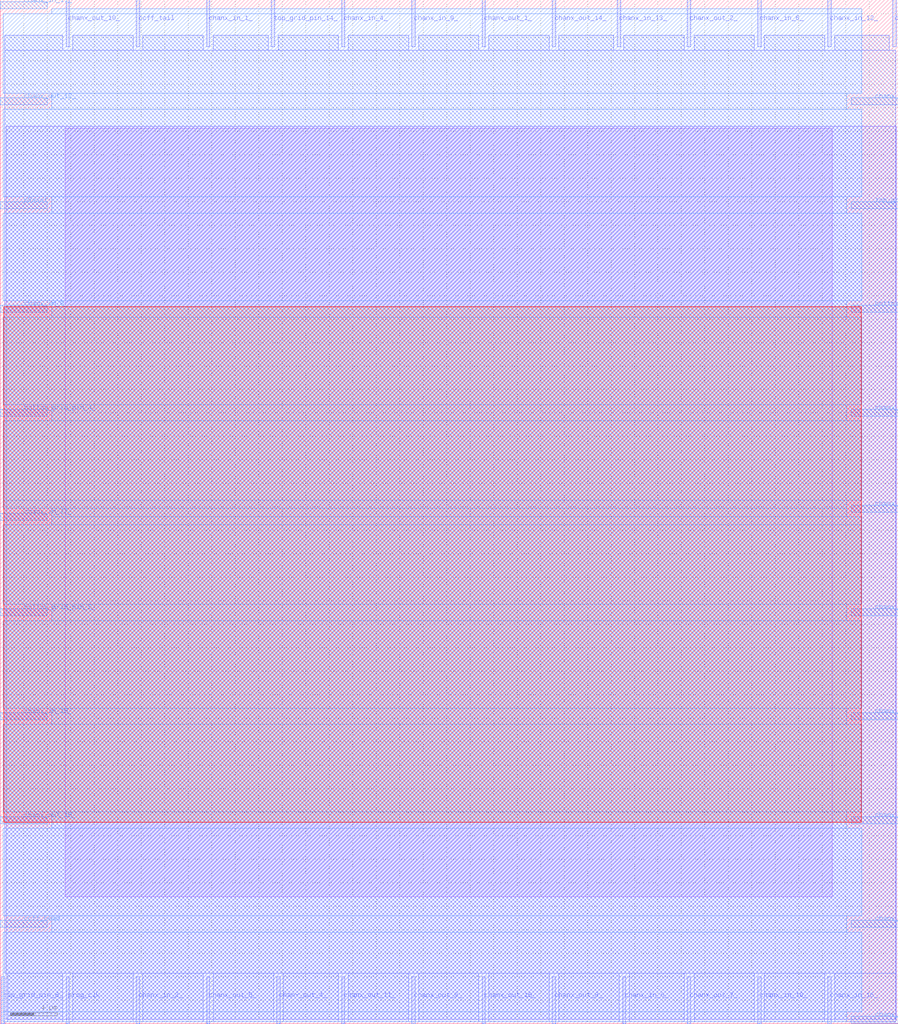
<source format=lef>
VERSION 5.7 ;
  NAMESCASESENSITIVE ON ;
  NOWIREEXTENSIONATPIN ON ;
  DIVIDERCHAR "/" ;
  BUSBITCHARS "[]" ;
UNITS
  DATABASE MICRONS 200 ;
END UNITS

MACRO cbx_1__1_
  CLASS BLOCK ;
  FOREIGN cbx_1__1_ ;
  ORIGIN 0.000 0.000 ;
  SIZE 76.455 BY 87.175 ;
  PIN bottom_grid_pin_0_
    DIRECTION OUTPUT TRISTATE ;
    PORT
      LAYER met3 ;
        RECT 72.455 60.560 76.455 61.160 ;
    END
  END bottom_grid_pin_0_
  PIN bottom_grid_pin_4_
    DIRECTION OUTPUT TRISTATE ;
    PORT
      LAYER met3 ;
        RECT 0.000 51.720 4.000 52.320 ;
    END
  END bottom_grid_pin_4_
  PIN bottom_grid_pin_8_
    DIRECTION OUTPUT TRISTATE ;
    PORT
      LAYER met3 ;
        RECT 0.000 34.720 4.000 35.320 ;
    END
  END bottom_grid_pin_8_
  PIN ccff_head
    DIRECTION INPUT ;
    PORT
      LAYER met3 ;
        RECT 0.000 8.200 4.000 8.800 ;
    END
  END ccff_head
  PIN ccff_tail
    DIRECTION OUTPUT TRISTATE ;
    PORT
      LAYER met2 ;
        RECT 11.590 83.175 11.870 87.175 ;
    END
  END ccff_tail
  PIN chanx_in_0_
    DIRECTION INPUT ;
    PORT
      LAYER met2 ;
        RECT 52.990 0.000 53.270 4.000 ;
    END
  END chanx_in_0_
  PIN chanx_in_10_
    DIRECTION INPUT ;
    PORT
      LAYER met2 ;
        RECT 64.490 0.000 64.770 4.000 ;
    END
  END chanx_in_10_
  PIN chanx_in_11_
    DIRECTION INPUT ;
    PORT
      LAYER met3 ;
        RECT 0.000 86.400 4.000 87.000 ;
    END
  END chanx_in_11_
  PIN chanx_in_12_
    DIRECTION INPUT ;
    PORT
      LAYER met2 ;
        RECT 70.470 83.175 70.750 87.175 ;
    END
  END chanx_in_12_
  PIN chanx_in_13_
    DIRECTION INPUT ;
    PORT
      LAYER met2 ;
        RECT 52.530 83.175 52.810 87.175 ;
    END
  END chanx_in_13_
  PIN chanx_in_14_
    DIRECTION INPUT ;
    PORT
      LAYER met3 ;
        RECT 72.455 78.240 76.455 78.840 ;
    END
  END chanx_in_14_
  PIN chanx_in_15_
    DIRECTION INPUT ;
    PORT
      LAYER met3 ;
        RECT 0.000 25.880 4.000 26.480 ;
    END
  END chanx_in_15_
  PIN chanx_in_16_
    DIRECTION INPUT ;
    PORT
      LAYER met2 ;
        RECT 70.470 0.000 70.750 4.000 ;
    END
  END chanx_in_16_
  PIN chanx_in_17_
    DIRECTION INPUT ;
    PORT
      LAYER met3 ;
        RECT 0.000 42.880 4.000 43.480 ;
    END
  END chanx_in_17_
  PIN chanx_in_1_
    DIRECTION INPUT ;
    PORT
      LAYER met2 ;
        RECT 17.570 83.175 17.850 87.175 ;
    END
  END chanx_in_1_
  PIN chanx_in_2_
    DIRECTION INPUT ;
    PORT
      LAYER met2 ;
        RECT 11.590 0.000 11.870 4.000 ;
    END
  END chanx_in_2_
  PIN chanx_in_3_
    DIRECTION INPUT ;
    PORT
      LAYER met3 ;
        RECT 72.455 34.720 76.455 35.320 ;
    END
  END chanx_in_3_
  PIN chanx_in_4_
    DIRECTION INPUT ;
    PORT
      LAYER met2 ;
        RECT 29.070 83.175 29.350 87.175 ;
    END
  END chanx_in_4_
  PIN chanx_in_5_
    DIRECTION INPUT ;
    PORT
      LAYER met3 ;
        RECT 72.455 51.720 76.455 52.320 ;
    END
  END chanx_in_5_
  PIN chanx_in_6_
    DIRECTION INPUT ;
    PORT
      LAYER met2 ;
        RECT 64.490 83.175 64.770 87.175 ;
    END
  END chanx_in_6_
  PIN chanx_in_7_
    DIRECTION INPUT ;
    PORT
      LAYER met3 ;
        RECT 72.455 25.880 76.455 26.480 ;
    END
  END chanx_in_7_
  PIN chanx_in_8_
    DIRECTION INPUT ;
    PORT
      LAYER met3 ;
        RECT 0.000 60.560 4.000 61.160 ;
    END
  END chanx_in_8_
  PIN chanx_in_9_
    DIRECTION INPUT ;
    PORT
      LAYER met2 ;
        RECT 35.050 83.175 35.330 87.175 ;
    END
  END chanx_in_9_
  PIN chanx_out_0_
    DIRECTION OUTPUT TRISTATE ;
    PORT
      LAYER met3 ;
        RECT 72.455 17.040 76.455 17.640 ;
    END
  END chanx_out_0_
  PIN chanx_out_10_
    DIRECTION OUTPUT TRISTATE ;
    PORT
      LAYER met2 ;
        RECT 5.610 83.175 5.890 87.175 ;
    END
  END chanx_out_10_
  PIN chanx_out_11_
    DIRECTION OUTPUT TRISTATE ;
    PORT
      LAYER met2 ;
        RECT 29.070 0.000 29.350 4.000 ;
    END
  END chanx_out_11_
  PIN chanx_out_12_
    DIRECTION OUTPUT TRISTATE ;
    PORT
      LAYER met3 ;
        RECT 0.000 78.240 4.000 78.840 ;
    END
  END chanx_out_12_
  PIN chanx_out_13_
    DIRECTION OUTPUT TRISTATE ;
    PORT
      LAYER met3 ;
        RECT 72.455 8.200 76.455 8.800 ;
    END
  END chanx_out_13_
  PIN chanx_out_14_
    DIRECTION OUTPUT TRISTATE ;
    PORT
      LAYER met2 ;
        RECT 47.010 83.175 47.290 87.175 ;
    END
  END chanx_out_14_
  PIN chanx_out_15_
    DIRECTION OUTPUT TRISTATE ;
    PORT
      LAYER met3 ;
        RECT 0.000 17.040 4.000 17.640 ;
    END
  END chanx_out_15_
  PIN chanx_out_16_
    DIRECTION OUTPUT TRISTATE ;
    PORT
      LAYER met2 ;
        RECT 41.030 0.000 41.310 4.000 ;
    END
  END chanx_out_16_
  PIN chanx_out_17_
    DIRECTION OUTPUT TRISTATE ;
    PORT
      LAYER met2 ;
        RECT 75.990 83.175 76.270 87.175 ;
    END
  END chanx_out_17_
  PIN chanx_out_1_
    DIRECTION OUTPUT TRISTATE ;
    PORT
      LAYER met2 ;
        RECT 41.030 83.175 41.310 87.175 ;
    END
  END chanx_out_1_
  PIN chanx_out_2_
    DIRECTION OUTPUT TRISTATE ;
    PORT
      LAYER met2 ;
        RECT 58.510 83.175 58.790 87.175 ;
    END
  END chanx_out_2_
  PIN chanx_out_3_
    DIRECTION OUTPUT TRISTATE ;
    PORT
      LAYER met3 ;
        RECT 72.455 43.560 76.455 44.160 ;
    END
  END chanx_out_3_
  PIN chanx_out_4_
    DIRECTION OUTPUT TRISTATE ;
    PORT
      LAYER met2 ;
        RECT 23.550 0.000 23.830 4.000 ;
    END
  END chanx_out_4_
  PIN chanx_out_5_
    DIRECTION OUTPUT TRISTATE ;
    PORT
      LAYER met2 ;
        RECT 17.570 0.000 17.850 4.000 ;
    END
  END chanx_out_5_
  PIN chanx_out_6_
    DIRECTION OUTPUT TRISTATE ;
    PORT
      LAYER met3 ;
        RECT 72.455 0.040 76.455 0.640 ;
    END
  END chanx_out_6_
  PIN chanx_out_7_
    DIRECTION OUTPUT TRISTATE ;
    PORT
      LAYER met2 ;
        RECT 58.510 0.000 58.790 4.000 ;
    END
  END chanx_out_7_
  PIN chanx_out_8_
    DIRECTION OUTPUT TRISTATE ;
    PORT
      LAYER met2 ;
        RECT 47.010 0.000 47.290 4.000 ;
    END
  END chanx_out_8_
  PIN chanx_out_9_
    DIRECTION OUTPUT TRISTATE ;
    PORT
      LAYER met2 ;
        RECT 35.050 0.000 35.330 4.000 ;
    END
  END chanx_out_9_
  PIN pReset
    DIRECTION INPUT ;
    PORT
      LAYER met3 ;
        RECT 0.000 69.400 4.000 70.000 ;
    END
  END pReset
  PIN prog_clk
    DIRECTION INPUT ;
    PORT
      LAYER met2 ;
        RECT 5.610 0.000 5.890 4.000 ;
    END
  END prog_clk
  PIN top_grid_pin_14_
    DIRECTION OUTPUT TRISTATE ;
    PORT
      LAYER met2 ;
        RECT 23.090 83.175 23.370 87.175 ;
    END
  END top_grid_pin_14_
  PIN top_grid_pin_2_
    DIRECTION OUTPUT TRISTATE ;
    PORT
      LAYER met3 ;
        RECT 72.455 69.400 76.455 70.000 ;
    END
  END top_grid_pin_2_
  PIN top_grid_pin_6_
    DIRECTION OUTPUT TRISTATE ;
    PORT
      LAYER met2 ;
        RECT 0.090 0.000 0.370 4.000 ;
    END
  END top_grid_pin_6_
  OBS
      LAYER li1 ;
        RECT 5.520 10.795 70.840 76.245 ;
      LAYER met1 ;
        RECT 0.530 0.380 76.290 76.400 ;
      LAYER met2 ;
        RECT 0.370 82.895 5.330 84.165 ;
        RECT 6.170 82.895 11.310 84.165 ;
        RECT 12.150 82.895 17.290 84.165 ;
        RECT 18.130 82.895 22.810 84.165 ;
        RECT 23.650 82.895 28.790 84.165 ;
        RECT 29.630 82.895 34.770 84.165 ;
        RECT 35.610 82.895 40.750 84.165 ;
        RECT 41.590 82.895 46.730 84.165 ;
        RECT 47.570 82.895 52.250 84.165 ;
        RECT 53.090 82.895 58.230 84.165 ;
        RECT 59.070 82.895 64.210 84.165 ;
        RECT 65.050 82.895 70.190 84.165 ;
        RECT 71.030 82.895 75.710 84.165 ;
        RECT 0.370 4.280 76.260 82.895 ;
        RECT 0.650 0.155 5.330 4.280 ;
        RECT 6.170 0.155 11.310 4.280 ;
        RECT 12.150 0.155 17.290 4.280 ;
        RECT 18.130 0.155 23.270 4.280 ;
        RECT 24.110 0.155 28.790 4.280 ;
        RECT 29.630 0.155 34.770 4.280 ;
        RECT 35.610 0.155 40.750 4.280 ;
        RECT 41.590 0.155 46.730 4.280 ;
        RECT 47.570 0.155 52.710 4.280 ;
        RECT 53.550 0.155 58.230 4.280 ;
        RECT 59.070 0.155 64.210 4.280 ;
        RECT 65.050 0.155 70.190 4.280 ;
        RECT 71.030 0.155 76.260 4.280 ;
      LAYER met3 ;
        RECT 4.400 86.000 73.330 86.400 ;
        RECT 0.270 79.240 73.330 86.000 ;
        RECT 4.400 77.840 72.055 79.240 ;
        RECT 0.270 70.400 73.330 77.840 ;
        RECT 4.400 69.000 72.055 70.400 ;
        RECT 0.270 61.560 73.330 69.000 ;
        RECT 4.400 60.160 72.055 61.560 ;
        RECT 0.270 52.720 73.330 60.160 ;
        RECT 4.400 51.320 72.055 52.720 ;
        RECT 0.270 44.560 73.330 51.320 ;
        RECT 0.270 43.880 72.055 44.560 ;
        RECT 4.400 43.160 72.055 43.880 ;
        RECT 4.400 42.480 73.330 43.160 ;
        RECT 0.270 35.720 73.330 42.480 ;
        RECT 4.400 34.320 72.055 35.720 ;
        RECT 0.270 26.880 73.330 34.320 ;
        RECT 4.400 25.480 72.055 26.880 ;
        RECT 0.270 18.040 73.330 25.480 ;
        RECT 4.400 16.640 72.055 18.040 ;
        RECT 0.270 9.200 73.330 16.640 ;
        RECT 4.400 7.800 72.055 9.200 ;
        RECT 0.270 1.040 73.330 7.800 ;
        RECT 0.270 0.190 72.055 1.040 ;
      LAYER met4 ;
        RECT 0.295 17.175 73.305 61.025 ;
  END
END cbx_1__1_
END LIBRARY


</source>
